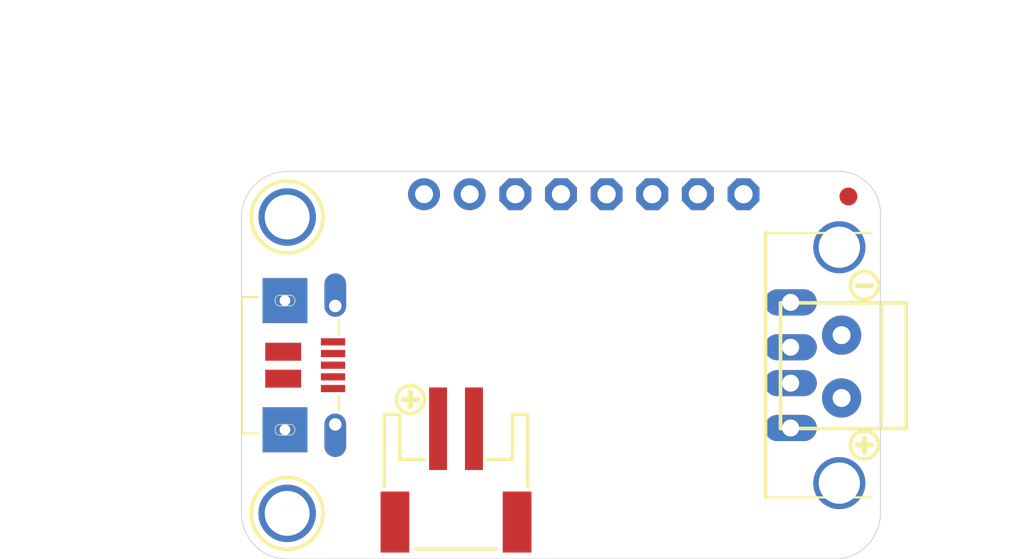
<source format=kicad_pcb>
(kicad_pcb (version 20240108) (generator "pcbnew") (generator_version "8.0")
  (layers (0 "F.Cu" signal) (31 "B.Cu" signal) (34 "B.Paste" user) (35 "F.Paste" user) (36 "B.SilkS" user "B.Silkscreen") (37 "F.SilkS" user "F.Silkscreen") (38 "B.Mask" user) (39 "F.Mask" user) (44 "Edge.Cuts" user))
  (net 0 "")
  (footprint "PowerBoostCharger:SYMBOL_PLUS" (layer "F.Cu") (at 35.919516 35.574769)
    (property "Reference" "U$13" (hide yes))
    (property "Value" "" (hide yes))
    (fp_line (start 0 -0.3968) (end 0 0.3968) (stroke (width 0.3048)) (layer "F.SilkS"))
    (fp_line (start 0.3968 0) (end -0.3969 0) (stroke (width 0.3048)) (layer "F.SilkS"))
    (fp_circle (center 0 0) (end 0.7817 0) (stroke (width 0.2032)) (fill none) (layer "F.SilkS"))
  )
  (footprint "PowerBoostCharger:MOUNTINGHOLE_2.5_PLATED" (layer "F.Cu") (at 29.061516 41.924769)
    (property "Reference" "U$12" (hide yes))
    (property "Value" "MOUNTINGHOLE2.5" (hide yes))
    (fp_circle (center 0 0) (end 2 0) (stroke (width 0.2032)) (fill none) (layer "F.SilkS"))
    (pad "P$1" thru_hole circle (at 0 0) (size 3.2 3.2) (drill 2.5) (layers "*.Cu" "*.Mask"))
  )
  (footprint "PowerBoostCharger:FIDUCIAL_1MM" (layer "F.Cu") (at 60.303516 24.271769)
    (property "Reference" "FID3" (hide yes))
    (property "Value" "FIDUCIAL\"\"" (hide yes))
    (pad "1" smd roundrect (at 0 0) (size 1 1) (layers "F.Cu" "F.Mask") (roundrect_rratio 0.5))
  )
  (footprint "PowerBoostCharger:JSTPH2" (layer "F.Cu") (at 38.459516 40.908769 180)
    (property "Reference" "B1" (hide yes))
    (property "Value" "1.8-5V" (hide yes))
    (fp_line (start 4 4.5) (end 3.15 4.5) (stroke (width 0.2032)) (layer "F.SilkS"))
    (fp_line (start 4 0.5) (end 4 4.5) (stroke (width 0.2032)) (layer "F.SilkS"))
    (fp_line (start 3.15 4.5) (end 3.15 2) (stroke (width 0.2032)) (layer "F.SilkS"))
    (fp_line (start 3.15 2) (end 1.75 2) (stroke (width 0.2032)) (layer "F.SilkS"))
    (fp_line (start -1.75 2) (end -3.15 2) (stroke (width 0.2032)) (layer "F.SilkS"))
    (fp_line (start -2.25 -3) (end 2.25 -3) (stroke (width 0.2032)) (layer "F.SilkS"))
    (fp_line (start -3.15 4.5) (end -4 4.5) (stroke (width 0.2032)) (layer "F.SilkS"))
    (fp_line (start -3.15 2) (end -3.15 4.5) (stroke (width 0.2032)) (layer "F.SilkS"))
    (fp_line (start -4 4.5) (end -4 0.5) (stroke (width 0.2032)) (layer "F.SilkS"))
    (pad "1" smd rect (at -1 3.7 180) (size 1 4.6) (layers "F.Cu" "F.Paste" "F.Mask"))
    (pad "2" smd rect (at 1 3.7 180) (size 1 4.6) (layers "F.Cu" "F.Paste" "F.Mask"))
    (pad "NC1" smd rect (at -3.4 -1.5 270) (size 3.4 1.6) (layers "F.Cu" "F.Paste" "F.Mask"))
    (pad "NC2" smd rect (at 3.4 -1.5 270) (size 3.4 1.6) (layers "F.Cu" "F.Paste" "F.Mask"))
  )
  (footprint "PowerBoostCharger:TERMBLOCK_1X2-3.5MM" (layer "F.Cu") (at 59.922516 33.796769 90)
    (property "Reference" "X1" (hide yes))
    (property "Value" "" (hide yes))
    (fp_line (start 3.6 -3.4) (end -3.4 -3.4) (stroke (width 0.2032)) (layer "F.SilkS"))
    (fp_line (start -3.4 -3.4) (end -3.4 2.2) (stroke (width 0.2032)) (layer "F.SilkS"))
    (fp_line (start 3.6 2.2) (end 3.6 -3.4) (stroke (width 0.2032)) (layer "F.SilkS"))
    (fp_line (start -3.4 2.2) (end 3.6 2.2) (stroke (width 0.2032)) (layer "F.SilkS"))
    (fp_line (start -3.4 2.2) (end -3.4 3.6) (stroke (width 0.2032)) (layer "F.SilkS"))
    (fp_line (start 3.6 3.6) (end 3.6 2.2) (stroke (width 0.2032)) (layer "F.SilkS"))
    (fp_line (start -3.4 3.6) (end 3.6 3.6) (stroke (width 0.2032)) (layer "F.SilkS"))
    (pad "1" thru_hole circle (at 1.8 0 90) (size 2.1844 2.1844) (drill 1) (layers "*.Cu" "*.Mask"))
    (pad "2" thru_hole circle (at -1.7 0 90) (size 2.1844 2.1844) (drill 1) (layers "*.Cu" "*.Mask"))
  )
  (footprint "PowerBoostCharger:1X02_ROUND" (layer "F.Cu") (at 37.951516 24.144769)
    (property "Reference" "JP2" (hide yes))
    (property "Value" "" (hide yes))
    (pad "GND" thru_hole circle (at 1.27 0 90) (size 1.778 1.778) (drill 1) (layers "*.Cu" "*.Mask"))
    (pad "USB" thru_hole circle (at -1.27 0 90) (size 1.778 1.778) (drill 1) (layers "*.Cu" "*.Mask"))
  )
  (footprint "PowerBoostCharger:SYMBOL_PLUS" (layer "F.Cu") (at 61.192516 38.114769)
    (property "Reference" "U$25" (hide yes))
    (property "Value" "" (hide yes))
    (fp_line (start 0 -0.3968) (end 0 0.3968) (stroke (width 0.3048)) (layer "F.SilkS"))
    (fp_line (start 0.3968 0) (end -0.3969 0) (stroke (width 0.3048)) (layer "F.SilkS"))
    (fp_circle (center 0 0) (end 0.7817 0) (stroke (width 0.2032)) (fill none) (layer "F.SilkS"))
  )
  (footprint "PowerBoostCharger:SYMBOL_MINUS" (layer "F.Cu") (at 61.192516 29.224769)
    (property "Reference" "U$26" (hide yes))
    (property "Value" "" (hide yes))
    (fp_line (start 0.3968 0) (end -0.3969 0) (stroke (width 0.3048)) (layer "F.SilkS"))
    (fp_circle (center 0 0) (end 0.7817 0) (stroke (width 0.2032)) (fill none) (layer "F.SilkS"))
  )
  (footprint "PowerBoostCharger:MOUNTINGHOLE_2.5_PLATED" (layer "F.Cu") (at 29.061516 25.414769)
    (property "Reference" "U$10" (hide yes))
    (property "Value" "MOUNTINGHOLE2.5" (hide yes))
    (fp_circle (center 0 0) (end 2 0) (stroke (width 0.2032)) (fill none) (layer "F.SilkS"))
    (pad "P$1" thru_hole circle (at 0 0) (size 3.2 3.2) (drill 2.5) (layers "*.Cu" "*.Mask"))
  )
  (footprint "PowerBoostCharger:1X06-CLEANBIG" (layer "F.Cu") (at 48.111516 24.144769)
    (property "Reference" "JP1" (hide yes))
    (property "Value" "" (hide yes))
    (pad "2" thru_hole roundrect (at -3.81 0 90) (size 1.778 1.778) (drill 1.016) (layers "*.Cu" "*.Mask") (chamfer_ratio 0.2928932188) (chamfer top_left top_right bottom_left bottom_right))
    (pad "3" thru_hole roundrect (at -1.27 0 90) (size 1.778 1.778) (drill 1.016) (layers "*.Cu" "*.Mask") (chamfer_ratio 0.2928932188) (chamfer top_left top_right bottom_left bottom_right))
    (pad "4" thru_hole roundrect (at 1.27 0 90) (size 1.778 1.778) (drill 1.016) (layers "*.Cu" "*.Mask") (chamfer_ratio 0.2928932188) (chamfer top_left top_right bottom_left bottom_right))
    (pad "5" thru_hole roundrect (at 3.81 0 90) (size 1.778 1.778) (drill 1.016) (layers "*.Cu" "*.Mask") (chamfer_ratio 0.2928932188) (chamfer top_left top_right bottom_left bottom_right))
    (pad "6" thru_hole roundrect (at 6.35 0 90) (size 1.778 1.778) (drill 1.016) (layers "*.Cu" "*.Mask") (chamfer_ratio 0.2928932188) (chamfer top_left top_right bottom_left bottom_right))
    (pad "Bat" thru_hole roundrect (at -6.35 0 90) (size 1.778 1.778) (drill 1.016) (layers "*.Cu" "*.Mask") (chamfer_ratio 0.2928932188) (chamfer top_left top_right bottom_left bottom_right))
  )
  (footprint "PowerBoostCharger:4UCONN_20329" (layer "F.Cu") (at 30.839516 33.669769 -90)
    (property "Reference" "X2" (hide yes))
    (property "Value" "microUSB")
    (fp_line (start -3.8 4.3) (end 3.8 4.3) (stroke (width 0.127)) (layer "F.SilkS"))
    (fp_line (start 3.8 4.3) (end 3.8 3.4) (stroke (width 0.127)) (layer "F.SilkS"))
    (fp_line (start -3.8 3.4) (end -3.8 4.3) (stroke (width 0.127)) (layer "F.SilkS"))
    (fp_line (start -2.5 -1.1) (end -1.7 -1.1) (stroke (width 0.127)) (layer "F.SilkS"))
    (fp_line (start 1.7 -1.1) (end 2.5 -1.1) (stroke (width 0.127)) (layer "F.SilkS"))
    (fp_line (start -3.9 2.2) (end -3.9 1.6) (stroke (width 0.05)) (layer "Edge.Cuts"))
    (fp_line (start 3.3 2.2) (end 3.3 1.6) (stroke (width 0.05)) (layer "Edge.Cuts"))
    (fp_line (start -3.3 1.6) (end -3.3 2.2) (stroke (width 0.05)) (layer "Edge.Cuts"))
    (fp_line (start 3.9 1.6) (end 3.9 2.2) (stroke (width 0.05)) (layer "Edge.Cuts"))
    (fp_arc (start -3.6 2.45) (mid -3.801777 2.387132) (end -3.9 2.2) (stroke (width 0.05)) (layer "Edge.Cuts"))
    (fp_arc (start 3.6 2.45) (mid 3.398223 2.387132) (end 3.3 2.2) (stroke (width 0.05)) (layer "Edge.Cuts"))
    (fp_arc (start -3.3 2.2) (mid -3.398223 2.387132) (end -3.6 2.45) (stroke (width 0.05)) (layer "Edge.Cuts"))
    (fp_arc (start 3.9 2.2) (mid 3.801777 2.387132) (end 3.6 2.45) (stroke (width 0.05)) (layer "Edge.Cuts"))
    (fp_arc (start -3.9 1.6) (mid -3.801777 1.412868) (end -3.6 1.35) (stroke (width 0.05)) (layer "Edge.Cuts"))
    (fp_arc (start 3.3 1.6) (mid 3.398223 1.412868) (end 3.6 1.35) (stroke (width 0.05)) (layer "Edge.Cuts"))
    (fp_arc (start -3.6 1.35) (mid -3.398223 1.412868) (end -3.3 1.6) (stroke (width 0.05)) (layer "Edge.Cuts"))
    (fp_arc (start 3.6 1.35) (mid 3.801777 1.412868) (end 3.9 1.6) (stroke (width 0.05)) (layer "Edge.Cuts"))
    (pad "" np_thru_hole circle (at -1.95 0 270) (size 0.7 0.7) (drill 0.7) (layers "F&B.Cu" "*.Mask"))
    (pad "" np_thru_hole circle (at 1.95 0 270) (size 0.7 0.7) (drill 0.7) (layers "F&B.Cu" "*.Mask"))
    (pad "BASE@1" smd rect (at -0.75 2) (size 2 1) (layers "F.Cu" "F.Paste" "F.Mask"))
    (pad "BASE@2" smd rect (at 0.75 2) (size 2 1) (layers "F.Cu" "F.Paste" "F.Mask"))
    (pad "D+" smd rect (at 0 -0.775 270) (size 0.4 1.35) (layers "F.Cu" "F.Paste"))
    (pad "D-" smd rect (at -0.65 -0.775 270) (size 0.4 1.35) (layers "F.Cu" "F.Paste"))
    (pad "GND" smd rect (at 1.3 -0.775 270) (size 0.4 1.35) (layers "F.Cu" "F.Paste"))
    (pad "ID" smd rect (at 0.65 -0.775 270) (size 0.4 1.35) (layers "F.Cu" "F.Paste"))
    (pad "SPRT@1" thru_hole oval (at -3.3 -0.9 90) (size 2.416 1.208) (drill 0.7 (offset 0.604 0)) (layers "*.Cu" "*.Mask"))
    (pad "SPRT@2" thru_hole oval (at 3.3 -0.9 270) (size 2.416 1.208) (drill 0.7 (offset 0.604 0)) (layers "*.Cu" "*.Mask"))
    (pad "SPRT@3" thru_hole rect (at -3.6 1.9) (size 2.5 2.5) (drill 0.6) (layers "*.Cu" "*.Mask"))
    (pad "SPRT@4" thru_hole rect (at 3.6 1.9) (size 2.5 2.5) (drill 0.6) (layers "*.Cu" "*.Mask"))
    (pad "VBUS" smd rect (at -1.3 -0.775 270) (size 0.4 1.35) (layers "F.Cu" "F.Paste"))
  )
  (footprint "PowerBoostCharger:USB_HOST-PTH" (layer "F.Cu") (at 63.605516 33.669769 90)
    (property "Reference" "CN1" (hide yes))
    (property "Value" "USBA_FEMALE" (hide yes))
    (fp_line (start 7.4 -7.92) (end -7.4 -7.92) (stroke (width 0.2032)) (layer "F.SilkS"))
    (fp_line (start 7.366 -7.874) (end 7.366 -2.032) (stroke (width 0.127)) (layer "F.SilkS"))
    (fp_line (start -7.366 -7.874) (end -7.366 -2.032) (stroke (width 0.127)) (layer "F.SilkS"))
    (pad "D+" thru_hole oval (at 1 -6.52 180) (size 2.916 1.458) (drill 0.95) (layers "*.Cu" "*.Mask"))
    (pad "D-" thru_hole oval (at -1 -6.52 180) (size 2.916 1.458) (drill 0.95) (layers "*.Cu" "*.Mask"))
    (pad "GND" thru_hole oval (at 3.5 -6.52 180) (size 2.916 1.458) (drill 0.95) (layers "*.Cu" "*.Mask"))
    (pad "S1" thru_hole circle (at -6.57 -3.81 90) (size 2.9 2.9) (drill 2.3) (layers "*.Cu" "*.Mask"))
    (pad "S2" thru_hole circle (at 6.57 -3.81 270) (size 2.9 2.9) (drill 2.3) (layers "*.Cu" "*.Mask"))
    (pad "VBUS" thru_hole oval (at -3.5 -6.52 180) (size 2.916 1.458) (drill 0.95) (layers "*.Cu" "*.Mask"))
  )
  (gr_line (start 29.061516 44.464769) (end 59.541516 44.464769) (stroke (width 0.05)) (layer "Edge.Cuts"))
  (gr_arc (start 29.061516 44.464769) (mid 27.265465 43.72082) (end 26.521516 41.924769) (stroke (width 0.05)) (layer "Edge.Cuts"))
  (gr_line (start 62.081516 41.924769) (end 62.081516 25.414769) (stroke (width 0.05)) (layer "Edge.Cuts"))
  (gr_arc (start 59.922516 22.874769) (mid 61.528029 23.697658) (end 62.081516 25.414769) (stroke (width 0.05)) (layer "Edge.Cuts"))
  (gr_line (start 26.521516 25.414769) (end 26.521516 41.924769) (stroke (width 0.05)) (layer "Edge.Cuts"))
  (gr_arc (start 62.081516 41.924769) (mid 61.337568 43.720821) (end 59.541516 44.464769) (stroke (width 0.05)) (layer "Edge.Cuts"))
  (gr_arc (start 26.521516 25.414769) (mid 27.265465 23.618718) (end 29.061516 22.874769) (stroke (width 0.05)) (layer "Edge.Cuts"))
  (gr_line (start 59.922516 22.874769) (end 29.061516 22.874769) (stroke (width 0.05)) (layer "Edge.Cuts"))
)
</source>
